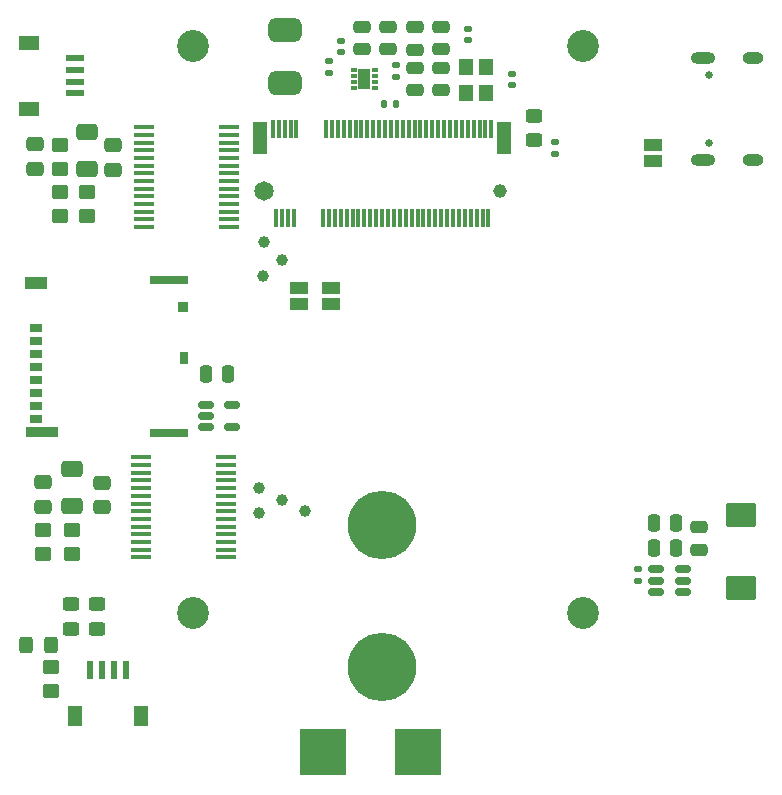
<source format=gbr>
%TF.GenerationSoftware,KiCad,Pcbnew,9.0.0*%
%TF.CreationDate,2025-05-04T18:28:28+01:00*%
%TF.ProjectId,specter,73706563-7465-4722-9e6b-696361645f70,rev?*%
%TF.SameCoordinates,Original*%
%TF.FileFunction,Soldermask,Bot*%
%TF.FilePolarity,Negative*%
%FSLAX46Y46*%
G04 Gerber Fmt 4.6, Leading zero omitted, Abs format (unit mm)*
G04 Created by KiCad (PCBNEW 9.0.0) date 2025-05-04 18:28:28*
%MOMM*%
%LPD*%
G01*
G04 APERTURE LIST*
G04 Aperture macros list*
%AMRoundRect*
0 Rectangle with rounded corners*
0 $1 Rounding radius*
0 $2 $3 $4 $5 $6 $7 $8 $9 X,Y pos of 4 corners*
0 Add a 4 corners polygon primitive as box body*
4,1,4,$2,$3,$4,$5,$6,$7,$8,$9,$2,$3,0*
0 Add four circle primitives for the rounded corners*
1,1,$1+$1,$2,$3*
1,1,$1+$1,$4,$5*
1,1,$1+$1,$6,$7*
1,1,$1+$1,$8,$9*
0 Add four rect primitives between the rounded corners*
20,1,$1+$1,$2,$3,$4,$5,0*
20,1,$1+$1,$4,$5,$6,$7,0*
20,1,$1+$1,$6,$7,$8,$9,0*
20,1,$1+$1,$8,$9,$2,$3,0*%
G04 Aperture macros list end*
%ADD10RoundRect,0.250000X-0.475000X0.337500X-0.475000X-0.337500X0.475000X-0.337500X0.475000X0.337500X0*%
%ADD11RoundRect,0.250000X0.650000X-0.412500X0.650000X0.412500X-0.650000X0.412500X-0.650000X-0.412500X0*%
%ADD12O,1.800000X1.000000*%
%ADD13O,2.100000X1.000000*%
%ADD14C,0.650000*%
%ADD15R,1.200000X2.750000*%
%ADD16C,5.800000*%
%ADD17R,0.300000X1.550000*%
%ADD18C,1.650000*%
%ADD19C,1.150000*%
%ADD20R,4.000000X4.000000*%
%ADD21C,2.700000*%
%ADD22RoundRect,0.250000X-0.450000X0.350000X-0.450000X-0.350000X0.450000X-0.350000X0.450000X0.350000X0*%
%ADD23C,1.000000*%
%ADD24R,1.750000X0.450000*%
%ADD25R,1.050000X1.750000*%
%ADD26R,0.500000X0.300000*%
%ADD27RoundRect,0.250000X-0.475000X0.250000X-0.475000X-0.250000X0.475000X-0.250000X0.475000X0.250000X0*%
%ADD28R,1.500000X1.000000*%
%ADD29RoundRect,0.135000X0.185000X-0.135000X0.185000X0.135000X-0.185000X0.135000X-0.185000X-0.135000X0*%
%ADD30RoundRect,0.250000X-0.250000X-0.475000X0.250000X-0.475000X0.250000X0.475000X-0.250000X0.475000X0*%
%ADD31RoundRect,0.250000X0.450000X-0.325000X0.450000X0.325000X-0.450000X0.325000X-0.450000X-0.325000X0*%
%ADD32RoundRect,0.140000X-0.170000X0.140000X-0.170000X-0.140000X0.170000X-0.140000X0.170000X0.140000X0*%
%ADD33RoundRect,0.250000X0.450000X-0.350000X0.450000X0.350000X-0.450000X0.350000X-0.450000X-0.350000X0*%
%ADD34RoundRect,0.250000X0.250000X0.475000X-0.250000X0.475000X-0.250000X-0.475000X0.250000X-0.475000X0*%
%ADD35RoundRect,0.250000X1.025000X-0.787500X1.025000X0.787500X-1.025000X0.787500X-1.025000X-0.787500X0*%
%ADD36RoundRect,0.135000X-0.185000X0.135000X-0.185000X-0.135000X0.185000X-0.135000X0.185000X0.135000X0*%
%ADD37RoundRect,0.150000X0.512500X0.150000X-0.512500X0.150000X-0.512500X-0.150000X0.512500X-0.150000X0*%
%ADD38R,1.550000X0.600000*%
%ADD39R,1.800000X1.200000*%
%ADD40RoundRect,0.250000X0.475000X-0.250000X0.475000X0.250000X-0.475000X0.250000X-0.475000X-0.250000X0*%
%ADD41RoundRect,0.150000X-0.512500X-0.150000X0.512500X-0.150000X0.512500X0.150000X-0.512500X0.150000X0*%
%ADD42RoundRect,0.250000X0.325000X0.450000X-0.325000X0.450000X-0.325000X-0.450000X0.325000X-0.450000X0*%
%ADD43R,0.600000X1.550000*%
%ADD44R,1.200000X1.800000*%
%ADD45RoundRect,0.140000X0.170000X-0.140000X0.170000X0.140000X-0.170000X0.140000X-0.170000X-0.140000X0*%
%ADD46RoundRect,0.500000X0.900000X-0.500000X0.900000X0.500000X-0.900000X0.500000X-0.900000X-0.500000X0*%
%ADD47RoundRect,0.135000X0.135000X0.185000X-0.135000X0.185000X-0.135000X-0.185000X0.135000X-0.185000X0*%
%ADD48R,1.100000X0.700000*%
%ADD49R,0.930000X0.900000*%
%ADD50R,0.780000X1.050000*%
%ADD51R,3.330000X0.700000*%
%ADD52R,1.830000X1.140000*%
%ADD53R,2.800000X0.860000*%
%ADD54R,1.200000X1.400000*%
G04 APERTURE END LIST*
D10*
%TO.C,C4*%
X102250000Y-111187500D03*
X102250000Y-109112500D03*
%TD*%
D11*
%TO.C,C5*%
X104750000Y-108037500D03*
X104750000Y-111162500D03*
%TD*%
D10*
%TO.C,C6*%
X101600000Y-82600000D03*
X101600000Y-80525000D03*
%TD*%
D11*
%TO.C,C7*%
X106000000Y-79450000D03*
X106000000Y-82575000D03*
%TD*%
D12*
%TO.C,J1*%
X162375000Y-73200000D03*
D13*
X158195000Y-73200000D03*
D12*
X162375000Y-81840000D03*
D13*
X158195000Y-81840000D03*
D14*
X158695000Y-74630000D03*
X158695000Y-80410000D03*
%TD*%
D15*
%TO.C,J3*%
X120650000Y-79975000D03*
X141350000Y-79975000D03*
D16*
X131000000Y-124725000D03*
X131000000Y-112725000D03*
D17*
X121750000Y-79200000D03*
X122000000Y-86750000D03*
X122250000Y-79200000D03*
X122500000Y-86750000D03*
X122750000Y-79200000D03*
X123000000Y-86750000D03*
X123250000Y-79200000D03*
X123500000Y-86750000D03*
X123750000Y-79200000D03*
X126000000Y-86750000D03*
X126250000Y-79200000D03*
X126500000Y-86750000D03*
X126750000Y-79200000D03*
X127000000Y-86750000D03*
X127250000Y-79200000D03*
X127500000Y-86750000D03*
X127750000Y-79200000D03*
X128000000Y-86750000D03*
X128250000Y-79200000D03*
X128500000Y-86750000D03*
X128750000Y-79200000D03*
X129000000Y-86750000D03*
X129250000Y-79200000D03*
X129500000Y-86750000D03*
X129750000Y-79200000D03*
X130000000Y-86750000D03*
X130250000Y-79200000D03*
X130500000Y-86750000D03*
X130750000Y-79200000D03*
X131000000Y-86750000D03*
X131250000Y-79200000D03*
X131500000Y-86750000D03*
X131750000Y-79200000D03*
X132000000Y-86750000D03*
X132250000Y-79200000D03*
X132500000Y-86750000D03*
X132750000Y-79200000D03*
X133000000Y-86750000D03*
X133250000Y-79200000D03*
X133500000Y-86750000D03*
X133750000Y-79200000D03*
X134000000Y-86750000D03*
X134250000Y-79200000D03*
X134500000Y-86750000D03*
X134750000Y-79200000D03*
X135000000Y-86750000D03*
X135250000Y-79200000D03*
X135500000Y-86750000D03*
X135750000Y-79200000D03*
X136000000Y-86750000D03*
X136250000Y-79200000D03*
X136500000Y-86750000D03*
X136750000Y-79200000D03*
X137000000Y-86750000D03*
X137250000Y-79200000D03*
X137500000Y-86750000D03*
X137750000Y-79200000D03*
X138000000Y-86750000D03*
X138250000Y-79200000D03*
X138500000Y-86750000D03*
X138750000Y-79200000D03*
X139000000Y-86750000D03*
X139250000Y-79200000D03*
X139500000Y-86750000D03*
X139750000Y-79200000D03*
X140000000Y-86750000D03*
X140250000Y-79200000D03*
D18*
X121000000Y-84475000D03*
D19*
X141000000Y-84475000D03*
%TD*%
D20*
%TO.C,J8*%
X134000000Y-132000000D03*
%TD*%
%TO.C,J23*%
X126000000Y-132000000D03*
%TD*%
D21*
%TO.C,Module1*%
X148000000Y-120225000D03*
X148000000Y-72225000D03*
X115000000Y-120225000D03*
X115000000Y-72225000D03*
%TD*%
D22*
%TO.C,R5*%
X103000000Y-126800000D03*
X103000000Y-124800000D03*
%TD*%
%TO.C,R7*%
X103750000Y-82575000D03*
X103750000Y-80575000D03*
%TD*%
D23*
%TO.C,TP1*%
X122500000Y-110600000D03*
%TD*%
%TO.C,TP2*%
X120600000Y-111700000D03*
%TD*%
%TO.C,TP3*%
X120600000Y-109600000D03*
%TD*%
%TO.C,TP4*%
X122500000Y-90300000D03*
%TD*%
%TO.C,TP5*%
X120900000Y-91700000D03*
%TD*%
%TO.C,TP6*%
X121000000Y-88800000D03*
%TD*%
D24*
%TO.C,U1*%
X110550000Y-107025000D03*
X110550000Y-107675000D03*
X110550000Y-108325000D03*
X110550000Y-108975000D03*
X110550000Y-109625000D03*
X110550000Y-110275000D03*
X110550000Y-110925000D03*
X110550000Y-111575000D03*
X110550000Y-112225000D03*
X110550000Y-112875000D03*
X110550000Y-113525000D03*
X110550000Y-114175000D03*
X110550000Y-114825000D03*
X110550000Y-115475000D03*
X117750000Y-115475000D03*
X117750000Y-114825000D03*
X117750000Y-114175000D03*
X117750000Y-113525000D03*
X117750000Y-112875000D03*
X117750000Y-112225000D03*
X117750000Y-111575000D03*
X117750000Y-110925000D03*
X117750000Y-110275000D03*
X117750000Y-109625000D03*
X117750000Y-108975000D03*
X117750000Y-108325000D03*
X117750000Y-107675000D03*
X117750000Y-107025000D03*
%TD*%
%TO.C,U2*%
X110800000Y-79075000D03*
X110800000Y-79725000D03*
X110800000Y-80375000D03*
X110800000Y-81025000D03*
X110800000Y-81675000D03*
X110800000Y-82325000D03*
X110800000Y-82975000D03*
X110800000Y-83625000D03*
X110800000Y-84275000D03*
X110800000Y-84925000D03*
X110800000Y-85575000D03*
X110800000Y-86225000D03*
X110800000Y-86875000D03*
X110800000Y-87525000D03*
X118000000Y-87525000D03*
X118000000Y-86875000D03*
X118000000Y-86225000D03*
X118000000Y-85575000D03*
X118000000Y-84925000D03*
X118000000Y-84275000D03*
X118000000Y-83625000D03*
X118000000Y-82975000D03*
X118000000Y-82325000D03*
X118000000Y-81675000D03*
X118000000Y-81025000D03*
X118000000Y-80375000D03*
X118000000Y-79725000D03*
X118000000Y-79075000D03*
%TD*%
D25*
%TO.C,U9*%
X129500000Y-75000000D03*
D26*
X128600000Y-74250000D03*
X128600000Y-74750000D03*
X128600000Y-75250000D03*
X128600000Y-75750000D03*
X130400000Y-75750000D03*
X130400000Y-75250000D03*
X130400000Y-74750000D03*
X130400000Y-74250000D03*
%TD*%
D27*
%TO.C,C22*%
X136000000Y-74050000D03*
X136000000Y-75950000D03*
%TD*%
D28*
%TO.C,JP3*%
X126700000Y-94000000D03*
X126700000Y-92700000D03*
%TD*%
D29*
%TO.C,R18*%
X152650000Y-117460000D03*
X152650000Y-116440000D03*
%TD*%
D30*
%TO.C,C13*%
X154000000Y-112550000D03*
X155900000Y-112550000D03*
%TD*%
D31*
%TO.C,D1*%
X104700000Y-121525000D03*
X104700000Y-119475000D03*
%TD*%
D28*
%TO.C,JP2*%
X124000000Y-94000000D03*
X124000000Y-92700000D03*
%TD*%
D27*
%TO.C,C21*%
X133750000Y-74050000D03*
X133750000Y-75950000D03*
%TD*%
D32*
%TO.C,C23*%
X142000000Y-74520000D03*
X142000000Y-75480000D03*
%TD*%
D33*
%TO.C,R9*%
X106000000Y-86575000D03*
X106000000Y-84575000D03*
%TD*%
D34*
%TO.C,C8*%
X117975000Y-99980000D03*
X116075000Y-99980000D03*
%TD*%
D32*
%TO.C,C18*%
X127500000Y-71770000D03*
X127500000Y-72730000D03*
%TD*%
D35*
%TO.C,C14*%
X161400000Y-118112500D03*
X161400000Y-111887500D03*
%TD*%
D31*
%TO.C,D2*%
X106900000Y-121525000D03*
X106900000Y-119475000D03*
%TD*%
D36*
%TO.C,R21*%
X132200000Y-73800000D03*
X132200000Y-74820000D03*
%TD*%
D30*
%TO.C,C12*%
X154000000Y-114650000D03*
X155900000Y-114650000D03*
%TD*%
D22*
%TO.C,R3*%
X104750000Y-113187500D03*
X104750000Y-115187500D03*
%TD*%
D37*
%TO.C,U8*%
X156437500Y-116500000D03*
X156437500Y-117450000D03*
X156437500Y-118400000D03*
X154162500Y-118400000D03*
X154162500Y-117450000D03*
X154162500Y-116500000D03*
%TD*%
D38*
%TO.C,J25*%
X105000000Y-76200000D03*
X105000000Y-75200000D03*
X105000000Y-74200000D03*
X105000000Y-73200000D03*
D39*
X101125000Y-77500000D03*
X101125000Y-71900000D03*
%TD*%
D10*
%TO.C,C3*%
X107250000Y-109150000D03*
X107250000Y-111225000D03*
%TD*%
D40*
%TO.C,C11*%
X157800000Y-114850000D03*
X157800000Y-112950000D03*
%TD*%
D41*
%TO.C,U3*%
X116050000Y-104480000D03*
X116050000Y-103530000D03*
X116050000Y-102580000D03*
X118325000Y-102580000D03*
X118325000Y-104480000D03*
%TD*%
D10*
%TO.C,C9*%
X108250000Y-80575000D03*
X108250000Y-82650000D03*
%TD*%
D42*
%TO.C,D3*%
X102925000Y-122900000D03*
X100875000Y-122900000D03*
%TD*%
D40*
%TO.C,C19*%
X131500000Y-72450000D03*
X131500000Y-70550000D03*
%TD*%
D43*
%TO.C,J24*%
X109300000Y-125000000D03*
X108300000Y-125000000D03*
X107300000Y-125000000D03*
X106300000Y-125000000D03*
D44*
X110600000Y-128875000D03*
X105000000Y-128875000D03*
%TD*%
D40*
%TO.C,C15*%
X133754721Y-72486115D03*
X133754721Y-70586115D03*
%TD*%
D45*
%TO.C,C17*%
X138250000Y-71680000D03*
X138250000Y-70720000D03*
%TD*%
D36*
%TO.C,R23*%
X145600000Y-80290000D03*
X145600000Y-81310000D03*
%TD*%
D28*
%TO.C,JP4*%
X153900000Y-80600000D03*
X153900000Y-81900000D03*
%TD*%
D46*
%TO.C,L1*%
X122800000Y-75350000D03*
X122800000Y-70850000D03*
%TD*%
D31*
%TO.C,D9*%
X143900000Y-80125000D03*
X143900000Y-78075000D03*
%TD*%
D47*
%TO.C,R22*%
X132210000Y-77100000D03*
X131190000Y-77100000D03*
%TD*%
D48*
%TO.C,J2*%
X101700000Y-96100000D03*
X101700000Y-97200000D03*
X101700000Y-98300000D03*
X101700000Y-99400000D03*
X101700000Y-100500000D03*
X101700000Y-101600000D03*
X101700000Y-102700000D03*
X101700000Y-103800000D03*
D49*
X114165000Y-94310000D03*
D50*
X114240000Y-98575000D03*
D51*
X112965000Y-92000000D03*
D52*
X101715000Y-92220000D03*
D53*
X102200000Y-104880000D03*
D51*
X112965000Y-104960000D03*
%TD*%
D33*
%TO.C,R2*%
X102250000Y-115187500D03*
X102250000Y-113187500D03*
%TD*%
D54*
%TO.C,U10*%
X139800000Y-74000000D03*
X139800000Y-76200000D03*
X138100000Y-76200000D03*
X138100000Y-74000000D03*
%TD*%
D40*
%TO.C,C20*%
X129260000Y-72450000D03*
X129260000Y-70550000D03*
%TD*%
D22*
%TO.C,R8*%
X103750000Y-84575000D03*
X103750000Y-86575000D03*
%TD*%
D40*
%TO.C,C16*%
X135998395Y-72482660D03*
X135998395Y-70582660D03*
%TD*%
D23*
%TO.C,TP33*%
X124500000Y-111600000D03*
%TD*%
D29*
%TO.C,R20*%
X126500000Y-74510000D03*
X126500000Y-73490000D03*
%TD*%
M02*

</source>
